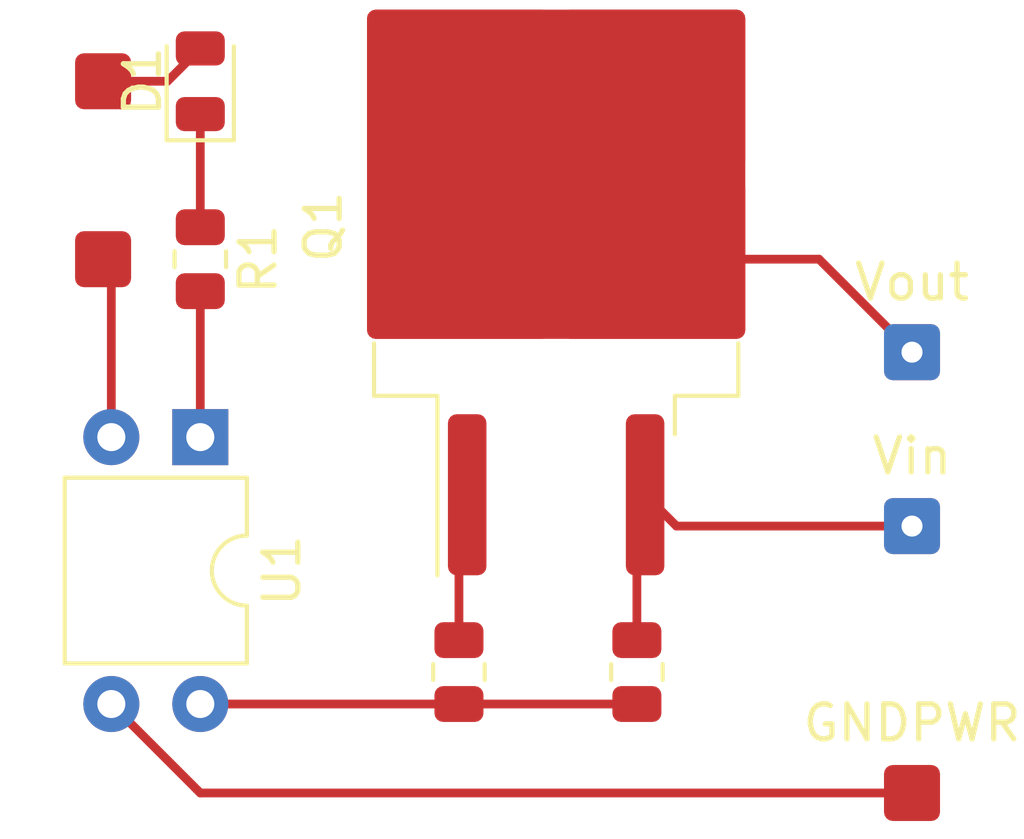
<source format=kicad_pcb>
(kicad_pcb (version 20221018) (generator pcbnew)
  (layers (0 "F.Cu" signal) (31 "B.Cu" signal) (34 "B.Paste" user) (35 "F.Paste" user) (36 "B.SilkS" user "B.Silkscreen") (37 "F.SilkS" user "F.Silkscreen") (38 "B.Mask" user) (39 "F.Mask" user) (44 "Edge.Cuts" user))
  (net 0 "")
  (net 1 "Net-(D1-K)")
  (net 2 "+5VD")
  (net 3 "Net-(R1-Pad2)")
  (net 4 "Net-(R2-Pad1)")
  (net 5 "GNDD")
  (net 6 "GNDPWR")
  (net 7 "VD")
  (net 8 "VDD")
  (net 9 "Net-(Q1-D)")
  (footprint "LED_SMD:LED_0805_2012Metric" (layer "F.Cu") (at 139.935 93.98 90)
    (fp_text reference "D1" (at 0 -1.65 90) (layer "F.SilkS"))
    (fp_text value "LED")
    (fp_line (start -1.685 -0.96) (end -1.685 0.96) (stroke (width 0.12)) (layer "F.SilkS"))
    (fp_line (start -1.685 0.96) (end 1 0.96) (stroke (width 0.12)) (layer "F.SilkS"))
    (fp_line (start 1 -0.96) (end -1.685 -0.96) (stroke (width 0.12)) (layer "F.SilkS"))
    (pad "1" smd roundrect (at -0.9375 0 90) (size 0.975 1.4) (layers "F.Cu" "F.Paste" "F.Mask") (net 1 "Net-(D1-K)"))
    (pad "2" smd roundrect (at 0.9375 0 90) (size 0.975 1.4) (layers "F.Cu" "F.Paste" "F.Mask") (net 2 "+5VD"))
  )
  (footprint "Package_DIP:DIP-4_W7.62mm" (layer "F.Cu") (at 139.935 104.14 -90)
    (fp_text reference "U1" (at 3.81 -2.33 90) (layer "F.SilkS"))
    (fp_text value "PC817")
    (fp_line (start 1.16 -1.33) (end 1.16 3.87) (stroke (width 0.12)) (layer "F.SilkS"))
    (fp_line (start 1.16 3.87) (end 6.46 3.87) (stroke (width 0.12)) (layer "F.SilkS"))
    (fp_line (start 2.81 -1.33) (end 1.16 -1.33) (stroke (width 0.12)) (layer "F.SilkS"))
    (fp_line (start 6.46 -1.33) (end 4.81 -1.33) (stroke (width 0.12)) (layer "F.SilkS"))
    (fp_line (start 6.46 3.87) (end 6.46 -1.33) (stroke (width 0.12)) (layer "F.SilkS"))
    (fp_arc (start 4.81 -1.33) (mid 3.81 -0.33) (end 2.81 -1.33) (stroke (width 0.12)) (layer "F.SilkS"))
    (pad "1" thru_hole rect (at 0 0 270) (size 1.6 1.6) (drill 0.8) (layers "*.Cu" "*.Mask") (net 3 "Net-(R1-Pad2)"))
    (pad "2" thru_hole oval (at 0 2.54 270) (size 1.6 1.6) (drill 0.8) (layers "*.Cu" "*.Mask") (net 5 "GNDD"))
    (pad "3" thru_hole oval (at 7.62 2.54 270) (size 1.6 1.6) (drill 0.8) (layers "*.Cu" "*.Mask") (net 6 "GNDPWR"))
    (pad "4" thru_hole oval (at 7.62 0 270) (size 1.6 1.6) (drill 0.8) (layers "*.Cu" "*.Mask") (net 4 "Net-(R2-Pad1)"))
  )
  (footprint "Resistor_SMD:R_0805_2012Metric" (layer "F.Cu") (at 147.32 110.8475 90)
    (fp_text reference "R2" hide)
    (fp_text value "10k")
    (fp_line (start -0.227064 -0.735) (end 0.227064 -0.735) (stroke (width 0.12)) (layer "F.SilkS"))
    (fp_line (start -0.227064 0.735) (end 0.227064 0.735) (stroke (width 0.12)) (layer "F.SilkS"))
    (pad "1" smd roundrect (at -0.9125 0 90) (size 1.025 1.4) (layers "F.Cu" "F.Paste" "F.Mask") (roundrect_rratio 0.243902) (net 4 "Net-(R2-Pad1)"))
    (pad "2" smd roundrect (at 0.9125 0 90) (size 1.025 1.4) (layers "F.Cu" "F.Paste" "F.Mask") (roundrect_rratio 0.243902) (net 9 "Net-(Q1-D)"))
  )
  (footprint "Connector_Wire:SolderWire-0.1sqmm_1x01_D0.4mm_OD1mm" (layer "F.Cu") (at 160.255 101.715)
    (fp_text reference "Vout" (at 0 -2) (layer "F.SilkS"))
    (fp_text value "SolderWire-0.1sqmm_1x01_D0.4mm_OD1mm" hide)
    (pad "1" thru_hole roundrect (at 0 0) (size 1.6 1.6) (drill 0.6) (layers "*.Cu" "*.Mask") (roundrect_rratio 0.15625) (net 7 "VD"))
  )
  (footprint "Package_TO_SOT_SMD:TO-263-2" (layer "F.Cu") (at 150.095 98.135 90)
    (fp_text reference "Q1" (at 0 -6.65 90) (layer "F.SilkS"))
    (fp_text value "PMOS")
    (fp_line (start -4.825 -5.2) (end -4.825 -3.39) (stroke (width 0.12)) (layer "F.SilkS"))
    (fp_line (start -4.825 -3.39) (end -9.95 -3.39) (stroke (width 0.12)) (layer "F.SilkS"))
    (fp_line (start -4.825 3.39) (end -5.925 3.39) (stroke (width 0.12)) (layer "F.SilkS"))
    (fp_line (start -4.825 5.2) (end -4.825 3.39) (stroke (width 0.12)) (layer "F.SilkS"))
    (fp_line (start -3.325 -5.2) (end -4.825 -5.2) (stroke (width 0.12)) (layer "F.SilkS"))
    (fp_line (start -3.325 5.2) (end -4.825 5.2) (stroke (width 0.12)) (layer "F.SilkS"))
    (pad "1" smd roundrect (at -7.65 -2.54 90) (size 4.6 1.1) (layers "F.Cu" "F.Paste" "F.Mask") (roundrect_rratio 0.227273) (net 9 "Net-(Q1-D)"))
    (pad "2" smd roundrect (at -0.925 -2.775 90) (size 4.55 5.25) (layers "F.Cu" "F.Paste") (roundrect_rratio 0.054945) (net 7 "VD"))
    (pad "2" smd roundrect (at -0.925 2.775 90) (size 4.55 5.25) (layers "F.Cu" "F.Paste") (roundrect_rratio 0.054945) (net 7 "VD"))
    (pad "2" smd roundrect (at 1.5 0 90) (size 9.4 10.8) (layers "F.Cu" "F.Mask") (roundrect_rratio 0.026596) (net 7 "VD"))
    (pad "2" smd roundrect (at 3.925 -2.775 90) (size 4.55 5.25) (layers "F.Cu" "F.Paste") (roundrect_rratio 0.054945) (net 7 "VD"))
    (pad "2" smd roundrect (at 3.925 2.775 90) (size 4.55 5.25) (layers "F.Cu" "F.Paste") (roundrect_rratio 0.054945) (net 7 "VD"))
    (pad "3" smd roundrect (at -7.65 2.54 90) (size 4.6 1.1) (layers "F.Cu" "F.Paste" "F.Mask") (roundrect_rratio 0.227273) (net 8 "VDD"))
  )
  (footprint "Connector_Wire:SolderWire-0.1sqmm_1x01_D0.4mm_OD1mm" (layer "F.Cu") (at 160.255 106.68)
    (fp_text reference "Vin" (at 0 -2) (layer "F.SilkS"))
    (fp_text value "SolderWire-0.1sqmm_1x01_D0.4mm_OD1mm" hide)
    (pad "1" thru_hole roundrect (at 0 0) (size 1.6 1.6) (drill 0.6) (layers "*.Cu" "*.Mask") (roundrect_rratio 0.15625) (net 8 "VDD"))
  )
  (footprint "Resistor_SMD:R_0805_2012Metric" (layer "F.Cu") (at 152.4 110.8475 -90)
    (fp_text reference "R3" hide)
    (fp_text value "1M" hide)
    (fp_line (start -0.227064 -0.735) (end 0.227064 -0.735) (stroke (width 0.12)) (layer "F.SilkS"))
    (fp_line (start -0.227064 0.735) (end 0.227064 0.735) (stroke (width 0.12)) (layer "F.SilkS"))
    (pad "1" smd roundrect (at -0.9125 0 270) (size 1.025 1.4) (layers "F.Cu" "F.Paste" "F.Mask") (roundrect_rratio 0.243902) (net 8 "VDD"))
    (pad "2" smd roundrect (at 0.9125 0 270) (size 1.025 1.4) (layers "F.Cu" "F.Paste" "F.Mask") (roundrect_rratio 0.243902) (net 4 "Net-(R2-Pad1)"))
  )
  (footprint "Resistor_SMD:R_0805_2012Metric" (layer "F.Cu") (at 139.935 99.06 -90)
    (fp_text reference "R1" (at 0 -1.65 90) (layer "F.SilkS"))
    (fp_text value "2.2k")
    (fp_line (start -0.227064 -0.735) (end 0.227064 -0.735) (stroke (width 0.12)) (layer "F.SilkS"))
    (fp_line (start -0.227064 0.735) (end 0.227064 0.735) (stroke (width 0.12)) (layer "F.SilkS"))
    (pad "1" smd roundrect (at -0.9125 0 270) (size 1.025 1.4) (layers "F.Cu" "F.Paste" "F.Mask") (roundrect_rratio 0.243902) (net 1 "Net-(D1-K)"))
    (pad "2" smd roundrect (at 0.9125 0 270) (size 1.025 1.4) (layers "F.Cu" "F.Paste" "F.Mask") (roundrect_rratio 0.243902) (net 3 "Net-(R1-Pad2)"))
  )
  (footprint "Connector_Wire:SolderWire-0.1sqmm_1x01_D0.4mm_OD1mm" (layer "F.Cu") (at 160.255 114.3)
    (fp_text reference "GNDPWR" (at 0 -2) (layer "F.SilkS"))
    (fp_text value "SolderWire-0.1sqmm_1x01_D0.4mm_OD1mm" hide)
    (pad "1" connect roundrect (at 0 0) (size 1.6 1.6) (layers "F.Cu" "F.Mask") (roundrect_rratio 0.15625) (net 6 "GNDPWR"))
  )
  (footprint "Connector_Wire:SolderWire-0.1sqmm_1x01_D0.4mm_OD1mm" (layer "F.Cu") (at 137.16 99.06)
    (fp_text reference "GNDD" hide)
    (fp_text value "SolderWire-0.1sqmm_1x01_D0.4mm_OD1mm" hide)
    (pad "1" connect roundrect (at 0 0) (size 1.6 1.6) (layers "F.Cu" "F.Mask") (roundrect_rratio 0.15625) (net 5 "GNDD"))
  )
  (footprint "Connector_Wire:SolderWire-0.1sqmm_1x01_D0.4mm_OD1mm" (layer "F.Cu") (at 137.16 93.98)
    (fp_text reference "+5VD" hide)
    (fp_text value "SolderWire-0.1sqmm_1x01_D0.4mm_OD1mm" hide)
    (pad "1" connect roundrect (at 0 0) (size 1.6 1.6) (layers "F.Cu" "F.Mask") (roundrect_rratio 0.15625) (net 2 "+5VD"))
  )
  (segment (start 139.935 94.9175) (end 139.935 98.1475) (width 0.25) (layer "F.Cu") (net 1))
  (segment (start 138.9975 93.98) (end 137.16 93.98) (width 0.25) (layer "F.Cu") (net 2))
  (segment (start 139.935 93.0425) (end 138.9975 93.98) (width 0.25) (layer "F.Cu") (net 2))
  (segment (start 139.935 99.9725) (end 139.935 104.14) (width 0.25) (layer "F.Cu") (net 3))
  (segment (start 147.32 111.76) (end 152.4 111.76) (width 0.25) (layer "F.Cu") (net 4))
  (segment (start 139.935 111.76) (end 147.32 111.76) (width 0.25) (layer "F.Cu") (net 4))
  (segment (start 137.16 99.06) (end 137.395 99.295) (width 0.25) (layer "F.Cu") (net 5))
  (segment (start 137.395 99.295) (end 137.395 104.14) (width 0.25) (layer "F.Cu") (net 5))
  (segment (start 139.935 114.3) (end 137.395 111.76) (width 0.25) (layer "F.Cu") (net 6))
  (segment (start 160.255 114.3) (end 139.935 114.3) (width 0.25) (layer "F.Cu") (net 6))
  (segment (start 160.255 101.715) (end 157.6 99.06) (width 0.25) (layer "F.Cu") (net 7))
  (segment (start 157.6 99.06) (end 152.87 99.06) (width 0.25) (layer "F.Cu") (net 7))
  (via (at 160.255 101.715) (size 0.8) (drill 0.4) (layers "F.Cu" "B.Cu") (net 7))
  (via (at 160.255 101.715) (size 0.8) (drill 0.4) (layers "F.Cu" "B.Cu") (net 7))
  (segment (start 160.255 106.68) (end 153.53 106.68) (width 0.25) (layer "F.Cu") (net 8))
  (segment (start 152.4 109.935) (end 152.4 106.02) (width 0.25) (layer "F.Cu") (net 8))
  (segment (start 152.4 106.02) (end 152.635 105.785) (width 0.25) (layer "F.Cu") (net 8))
  (segment (start 153.53 106.68) (end 152.635 105.785) (width 0.25) (layer "F.Cu") (net 8))
  (segment (start 147.32 109.935) (end 147.32 106.02) (width 0.25) (layer "F.Cu") (net 9))
  (segment (start 147.32 106.02) (end 147.555 105.785) (width 0.25) (layer "F.Cu") (net 9))
)
</source>
